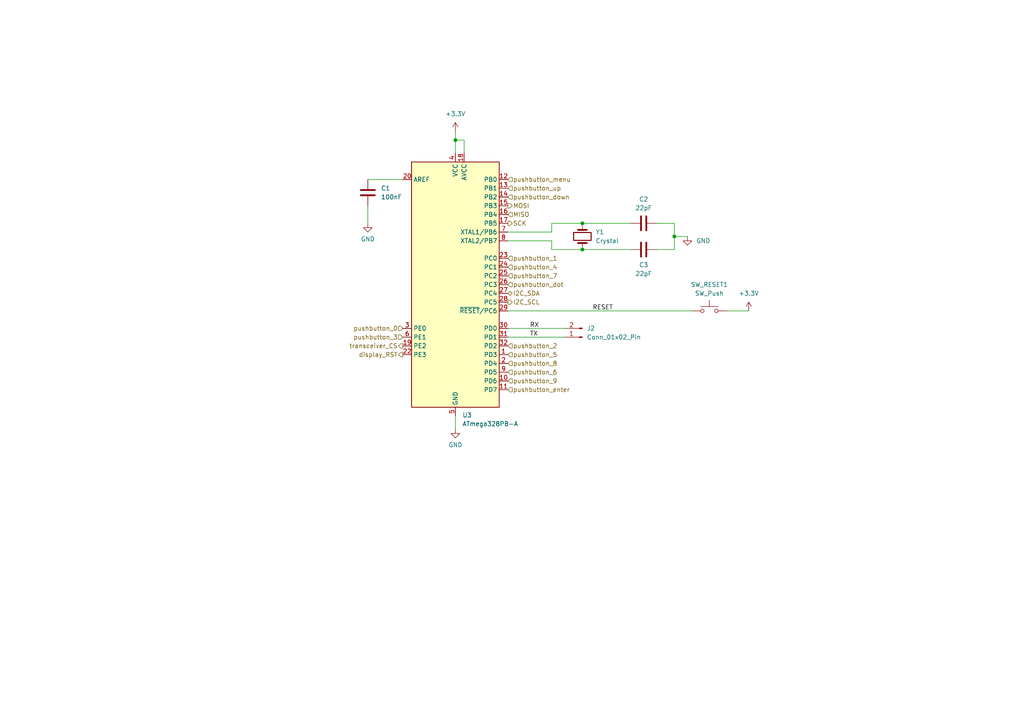
<source format=kicad_sch>
(kicad_sch (version 20231120) (generator "eeschema") (generator_version "8.0")
  (paper "A4")
  (lib_symbols
    (symbol "Connector:Conn_01x02_Pin" (pin_names (offset 1.016) hide)
      (property "Reference" "J" (at 0 2.54 0))
      (property "Value" "Conn_01x02_Pin" (at 0 -5.08 0))
      (symbol "Conn_01x02_Pin_1_1"
        (polyline (pts (xy 1.27 -2.54) (xy 0.8636 -2.54)) (stroke (width 0.1524)))
        (polyline (pts (xy 1.27 0) (xy 0.8636 0)) (stroke (width 0.1524)))
        (rectangle (start 0.8636 -2.413) (end 0 -2.667) (stroke (width 0.1524)) (fill (type outline)))
        (rectangle (start 0.8636 0.127) (end 0 -0.127) (stroke (width 0.1524)) (fill (type outline)))
        (pin passive line (at 5.08 0 180) (length 3.81) (name "Pin_1") (number "1"))
        (pin passive line (at 5.08 -2.54 180) (length 3.81) (name "Pin_2") (number "2"))
      )
    )
    (symbol "Device:C" (pin_numbers hide) (pin_names (offset 0.254))
      (property "Reference" "C" (at 0.635 2.54 0))
      (property "Value" "C" (at 0.635 -2.54 0))
      (symbol "C_0_1"
        (polyline (pts (xy -2.032 -0.762) (xy 2.032 -0.762)) (stroke (width 0.508)))
        (polyline (pts (xy -2.032 0.762) (xy 2.032 0.762)) (stroke (width 0.508)))
      )
      (symbol "C_1_1"
        (pin passive line (at 0 3.81 270) (length 2.794) (name "~") (number "1"))
        (pin passive line (at 0 -3.81 90) (length 2.794) (name "~") (number "2"))
      )
    )
    (symbol "Device:Crystal" (pin_numbers hide) (pin_names (offset 1.016) hide)
      (property "Reference" "Y" (at 0 3.81 0))
      (property "Value" "Crystal" (at 0 -3.81 0))
      (symbol "Crystal_0_1"
        (rectangle (start -1.143 2.54) (end 1.143 -2.54) (stroke (width 0.3048)))
        (polyline (pts (xy -2.54 0) (xy -1.905 0)))
        (polyline (pts (xy -1.905 -1.27) (xy -1.905 1.27)) (stroke (width 0.508)))
        (polyline (pts (xy 1.905 -1.27) (xy 1.905 1.27)) (stroke (width 0.508)))
        (polyline (pts (xy 2.54 0) (xy 1.905 0)))
      )
      (symbol "Crystal_1_1"
        (pin passive line (at -3.81 0 0) (length 1.27) (name "1") (number "1"))
        (pin passive line (at 3.81 0 180) (length 1.27) (name "2") (number "2"))
      )
    )
    (symbol "MCU_Microchip_ATmega:ATmega328PB-A"
      (property "Reference" "U" (at -12.7 36.83 0))
      (property "Value" "ATmega328PB-A" (at 2.54 -36.83 0))
      (symbol "ATmega328PB-A_0_1"
        (rectangle (start -12.7 -35.56) (end 12.7 35.56) (stroke (width 0.254)) (fill (type background)))
      )
      (symbol "ATmega328PB-A_1_1"
        (pin bidirectional line (at 15.24 -20.32 180) (length 2.54) (name "PD3") (number "1"))
        (pin bidirectional line (at 15.24 -27.94 180) (length 2.54) (name "PD6") (number "10"))
        (pin bidirectional line (at 15.24 -30.48 180) (length 2.54) (name "PD7") (number "11"))
        (pin bidirectional line (at 15.24 30.48 180) (length 2.54) (name "PB0") (number "12"))
        (pin bidirectional line (at 15.24 27.94 180) (length 2.54) (name "PB1") (number "13"))
        (pin bidirectional line (at 15.24 25.4 180) (length 2.54) (name "PB2") (number "14"))
        (pin bidirectional line (at 15.24 22.86 180) (length 2.54) (name "PB3") (number "15"))
        (pin bidirectional line (at 15.24 20.32 180) (length 2.54) (name "PB4") (number "16"))
        (pin bidirectional line (at 15.24 17.78 180) (length 2.54) (name "PB5") (number "17"))
        (pin power_in line (at 2.54 38.1 270) (length 2.54) (name "AVCC") (number "18"))
        (pin bidirectional line (at -15.24 -17.78 0) (length 2.54) (name "PE2") (number "19"))
        (pin bidirectional line (at 15.24 -22.86 180) (length 2.54) (name "PD4") (number "2"))
        (pin passive line (at -15.24 30.48 0) (length 2.54) (name "AREF") (number "20"))
        (pin passive line (at 0 -38.1 90) (length 2.54) hide (name "GND") (number "21"))
        (pin bidirectional line (at -15.24 -20.32 0) (length 2.54) (name "PE3") (number "22"))
        (pin bidirectional line (at 15.24 7.62 180) (length 2.54) (name "PC0") (number "23"))
        (pin bidirectional line (at 15.24 5.08 180) (length 2.54) (name "PC1") (number "24"))
        (pin bidirectional line (at 15.24 2.54 180) (length 2.54) (name "PC2") (number "25"))
        (pin bidirectional line (at 15.24 0 180) (length 2.54) (name "PC3") (number "26"))
        (pin bidirectional line (at 15.24 -2.54 180) (length 2.54) (name "PC4") (number "27"))
        (pin bidirectional line (at 15.24 -5.08 180) (length 2.54) (name "PC5") (number "28"))
        (pin bidirectional line (at 15.24 -7.62 180) (length 2.54) (name "~{RESET}/PC6") (number "29"))
        (pin bidirectional line (at -15.24 -12.7 0) (length 2.54) (name "PE0") (number "3"))
        (pin bidirectional line (at 15.24 -12.7 180) (length 2.54) (name "PD0") (number "30"))
        (pin bidirectional line (at 15.24 -15.24 180) (length 2.54) (name "PD1") (number "31"))
        (pin bidirectional line (at 15.24 -17.78 180) (length 2.54) (name "PD2") (number "32"))
        (pin power_in line (at 0 38.1 270) (length 2.54) (name "VCC") (number "4"))
        (pin power_in line (at 0 -38.1 90) (length 2.54) (name "GND") (number "5"))
        (pin bidirectional line (at -15.24 -15.24 0) (length 2.54) (name "PE1") (number "6"))
        (pin bidirectional line (at 15.24 15.24 180) (length 2.54) (name "XTAL1/PB6") (number "7"))
        (pin bidirectional line (at 15.24 12.7 180) (length 2.54) (name "XTAL2/PB7") (number "8"))
        (pin bidirectional line (at 15.24 -25.4 180) (length 2.54) (name "PD5") (number "9"))
      )
    )
    (symbol "Switch:SW_Push" (pin_numbers hide) (pin_names (offset 1.016) hide)
      (property "Reference" "SW" (at 1.27 2.54 0))
      (property "Value" "SW_Push" (at 0 -1.524 0))
      (symbol "SW_Push_0_1"
        (circle (center -2.032 0) (radius 0.508))
        (polyline (pts (xy 0 1.27) (xy 0 3.048)))
        (polyline (pts (xy 2.54 1.27) (xy -2.54 1.27)))
        (circle (center 2.032 0) (radius 0.508))
        (pin passive line (at -5.08 0 0) (length 2.54) (name "1") (number "1"))
        (pin passive line (at 5.08 0 180) (length 2.54) (name "2") (number "2"))
      )
    )
    (symbol "power:+3.3V" (power) (pin_names (offset 0))
      (property "Value" "+3.3V" (at 0 3.556 0))
      (symbol "+3.3V_0_1"
        (polyline (pts (xy -0.762 1.27) (xy 0 2.54)))
        (polyline (pts (xy 0 0) (xy 0 2.54)))
        (polyline (pts (xy 0 2.54) (xy 0.762 1.27)))
      )
      (symbol "+3.3V_1_1"
        (pin power_in line (at 0 0 90) (length 0) hide (name "+3.3V") (number "1"))
      )
    )
    (symbol "power:GND" (power) (pin_names (offset 0))
      (property "Value" "GND" (at 0 -3.81 0))
      (symbol "GND_0_1"
        (polyline (pts (xy 0 0) (xy 0 -1.27) (xy 1.27 -1.27) (xy 0 -2.54) (xy -1.27 -1.27) (xy 0 -1.27)))
      )
      (symbol "GND_1_1"
        (pin power_in line (at 0 0 270) (length 0) hide (name "GND") (number "1"))
      )
    )
  )
  (junction (at 168.91 72.39))
  (junction (at 132.08 40.64))
  (junction (at 195.58 68.58))
  (junction (at 168.91 64.77))
  (wire (pts (xy 106.68 59.69) (xy 106.68 64.77)))
  (wire (pts (xy 210.82 90.17) (xy 217.17 90.17)))
  (wire (pts (xy 132.08 120.65) (xy 132.08 124.46)))
  (wire (pts (xy 190.5 72.39) (xy 195.58 72.39)))
  (wire (pts (xy 190.5 64.77) (xy 195.58 64.77)))
  (wire (pts (xy 160.02 69.85) (xy 160.02 72.39)))
  (wire (pts (xy 132.08 44.45) (xy 132.08 40.64)))
  (wire (pts (xy 182.88 72.39) (xy 168.91 72.39)))
  (wire (pts (xy 132.08 40.64) (xy 132.08 38.1)))
  (wire (pts (xy 147.32 90.17) (xy 200.66 90.17)))
  (wire (pts (xy 182.88 64.77) (xy 168.91 64.77)))
  (wire (pts (xy 147.32 95.25) (xy 163.83 95.25)))
  (wire (pts (xy 147.32 69.85) (xy 160.02 69.85)))
  (wire (pts (xy 147.32 97.79) (xy 163.83 97.79)))
  (wire (pts (xy 160.02 72.39) (xy 168.91 72.39)))
  (wire (pts (xy 147.32 67.31) (xy 160.02 67.31)))
  (wire (pts (xy 134.62 40.64) (xy 132.08 40.64)))
  (wire (pts (xy 160.02 67.31) (xy 160.02 64.77)))
  (wire (pts (xy 106.68 52.07) (xy 116.84 52.07)))
  (wire (pts (xy 195.58 64.77) (xy 195.58 68.58)))
  (wire (pts (xy 195.58 68.58) (xy 199.39 68.58)))
  (wire (pts (xy 134.62 44.45) (xy 134.62 40.64)))
  (wire (pts (xy 160.02 64.77) (xy 168.91 64.77)))
  (wire (pts (xy 195.58 72.39) (xy 195.58 68.58)))
  (label "RESET" (at 177.8 90.17 180))
  (label "RX" (at 153.67 95.25 0))
  (label "TX" (at 153.67 97.79 0))
  (hierarchical_label "pushbutton_4" (shape input) (at 147.32 77.47 0))
  (hierarchical_label "display_RST" (shape output) (at 116.84 102.87 180))
  (hierarchical_label "pushbutton_2" (shape input) (at 147.32 100.33 0))
  (hierarchical_label "pushbutton_8" (shape input) (at 147.32 105.41 0))
  (hierarchical_label "pushbutton_7" (shape input) (at 147.32 80.01 0))
  (hierarchical_label "I2C_SDA" (shape bidirectional) (at 147.32 85.09 0))
  (hierarchical_label "MOSI" (shape output) (at 147.32 59.69 0))
  (hierarchical_label "pushbutton_dot" (shape input) (at 147.32 82.55 0))
  (hierarchical_label "transceiver_CS" (shape output) (at 116.84 100.33 180))
  (hierarchical_label "pushbutton_enter" (shape input) (at 147.32 113.03 0))
  (hierarchical_label "pushbutton_1" (shape input) (at 147.32 74.93 0))
  (hierarchical_label "pushbutton_up" (shape input) (at 147.32 54.61 0))
  (hierarchical_label "pushbutton_menu" (shape input) (at 147.32 52.07 0))
  (hierarchical_label "pushbutton_down" (shape input) (at 147.32 57.15 0))
  (hierarchical_label "MISO" (shape input) (at 147.32 62.23 0))
  (hierarchical_label "pushbutton_5" (shape input) (at 147.32 102.87 0))
  (hierarchical_label "pushbutton_3" (shape input) (at 116.84 97.79 180))
  (hierarchical_label "pushbutton_9" (shape input) (at 147.32 110.49 0))
  (hierarchical_label "pushbutton_6" (shape input) (at 147.32 107.95 0))
  (hierarchical_label "SCK" (shape output) (at 147.32 64.77 0))
  (hierarchical_label "I2C_SCL" (shape output) (at 147.32 87.63 0))
  (hierarchical_label "pushbutton_0" (shape input) (at 116.84 95.25 180))
  (symbol (lib_id "power:GND") (at 106.68 64.77 0) (unit 1)
    (property "Reference" "#PWR01" (effects (hide yes)))
    (property "Value" "GND" (at 106.68 69.342 0))
  )
  (symbol (lib_id "Device:Crystal") (at 168.91 68.58 90) (unit 1)
    (property "Reference" "Y1" (at 172.72 67.3099 90) (effects (justify right)))
    (property "Value" "Crystal" (at 172.72 69.8499 90) (effects (justify right)))
    (property "Footprint" "footprints:XTAL_ABLS-16_ABR" (effects (hide yes)))
  )
  (symbol (lib_id "Device:C") (at 186.69 64.77 90) (unit 1)
    (property "Reference" "C2" (at 186.69 57.785 90))
    (property "Value" "22pF" (at 186.69 60.325 90))
    (property "Footprint" "Capacitor_SMD:C_0805_2012Metric" (effects (hide yes)))
  )
  (symbol (lib_id "Connector:Conn_01x02_Pin") (at 168.91 97.79 180) (unit 1)
    (property "Reference" "J2" (at 170.18 95.2499 0) (effects (justify right)))
    (property "Value" "Conn_01x02_Pin" (at 170.18 97.7899 0) (effects (justify right)))
    (property "Description" "Generic connector, single row, 01x02, script generated" (effects (hide yes)))
  )
  (symbol (lib_id "MCU_Microchip_ATmega:ATmega328PB-A") (at 132.08 82.55 0) (unit 1)
    (property "Reference" "U3" (at 134.0994 120.396 0) (effects (justify left)))
    (property "Value" "ATmega328PB-A" (at 134.0994 122.936 0) (effects (justify left)))
    (property "Footprint" "Package_QFP:TQFP-32_7x7mm_P0.8mm" (effects (hide yes)))
    (property "Datasheet" "http://ww1.microchip.com/downloads/en/DeviceDoc/40001906C.pdf" (effects (hide yes)))
  )
  (symbol (lib_id "power:GND") (at 199.39 68.58 0) (unit 1)
    (property "Reference" "#PWR04" (effects (hide yes)))
    (property "Value" "GND" (at 201.93 69.8499 0) (effects (justify left)))
  )
  (symbol (lib_id "power:GND") (at 132.08 124.46 0) (unit 1)
    (property "Reference" "#PWR03" (effects (hide yes)))
    (property "Value" "GND" (at 132.08 129.032 0))
  )
  (symbol (lib_id "Device:C") (at 186.69 72.39 90) (unit 1)
    (property "Reference" "C3" (at 186.69 76.835 90))
    (property "Value" "22pF" (at 186.69 79.375 90))
    (property "Footprint" "Capacitor_SMD:C_0805_2012Metric" (effects (hide yes)))
  )
  (symbol (lib_id "Device:C") (at 106.68 55.88 180) (unit 1)
    (property "Reference" "C1" (at 110.49 54.6099 0) (effects (justify right)))
    (property "Value" "100nF" (at 110.49 57.1499 0) (effects (justify right)))
    (property "Footprint" "Capacitor_SMD:C_0805_2012Metric" (effects (hide yes)))
  )
  (symbol (lib_id "power:+3.3V") (at 132.08 38.1 0) (unit 1)
    (property "Reference" "#PWR02" (effects (hide yes)))
    (property "Value" "+3.3V" (at 132.08 33.02 0))
  )
  (symbol (lib_id "Switch:SW_Push") (at 205.74 90.17 0) (mirror y) (unit 1)
    (property "Reference" "SW_RESET1" (at 205.74 82.55 0))
    (property "Value" "SW_Push" (at 205.74 85.09 0))
    (property "Footprint" "Button_Switch_SMD:SW_SPST_PTS645" (effects (hide yes)))
    (property "Description" "Push button switch, generic, two pins" (effects (hide yes)))
  )
  (symbol (lib_id "power:+3.3V") (at 217.17 90.17 0) (unit 1)
    (property "Reference" "#PWR031" (effects (hide yes)))
    (property "Value" "+3.3V" (at 217.17 85.09 0))
    (property "Description" "Power symbol creates a global label with name \"+3.3V\"" (effects (hide yes)))
  )
)
</source>
